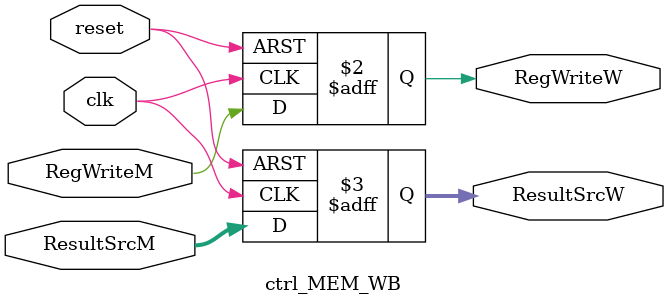
<source format=sv>
`timescale 1ns / 1ps

//======================================================================
// Control Pipeline Register: MEM/WB
// Purpose : Holds final write-back control signals for WB stage.
//======================================================================
module ctrl_MEM_WB (
  input  logic        clk, reset,
  // --- Incoming control signals from MEM ---
  input  logic        RegWriteM,
  input  logic [1:0]  ResultSrcM,
  // --- Outgoing latched signals to WB ---
  output logic        RegWriteW,
  output logic [1:0]  ResultSrcW
);

  always_ff @(posedge clk or posedge reset) begin
    if (reset) begin
      RegWriteW  <= 1'b0;
      ResultSrcW <= 2'b00;
    end
    else begin
      RegWriteW  <= RegWriteM;
      ResultSrcW <= ResultSrcM;
    end
  end

endmodule

</source>
